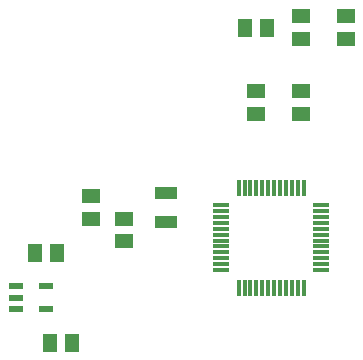
<source format=gbr>
G04 EAGLE Gerber RS-274X export*
G75*
%MOMM*%
%FSLAX34Y34*%
%LPD*%
%INSolderpaste Top*%
%IPPOS*%
%AMOC8*
5,1,8,0,0,1.08239X$1,22.5*%
G01*
%ADD10R,1.500000X1.300000*%
%ADD11R,1.300000X1.500000*%
%ADD12R,1.200000X0.550000*%
%ADD13R,1.475000X0.300000*%
%ADD14R,0.300000X1.475000*%
%ADD15R,1.900000X1.100000*%


D10*
X660400Y568300D03*
X660400Y549300D03*
X688340Y549250D03*
X688340Y530250D03*
D11*
X612800Y520700D03*
X631800Y520700D03*
X625500Y444500D03*
X644500Y444500D03*
D10*
X838200Y638200D03*
X838200Y657200D03*
X876300Y701700D03*
X876300Y720700D03*
X800100Y638200D03*
X800100Y657200D03*
D12*
X596599Y492100D03*
X596599Y482600D03*
X596599Y473100D03*
X622601Y473100D03*
X622601Y492100D03*
D13*
X770420Y560900D03*
X770420Y555900D03*
X770420Y550900D03*
X770420Y545900D03*
X770420Y540900D03*
X770420Y535900D03*
X770420Y530900D03*
X770420Y525900D03*
X770420Y520900D03*
X770420Y515900D03*
X770420Y510900D03*
X770420Y505900D03*
D14*
X785300Y491020D03*
X790300Y491020D03*
X795300Y491020D03*
X800300Y491020D03*
X805300Y491020D03*
X810300Y491020D03*
X815300Y491020D03*
X820300Y491020D03*
X825300Y491020D03*
X830300Y491020D03*
X835300Y491020D03*
X840300Y491020D03*
D13*
X855180Y505900D03*
X855180Y510900D03*
X855180Y515900D03*
X855180Y520900D03*
X855180Y525900D03*
X855180Y530900D03*
X855180Y535900D03*
X855180Y540900D03*
X855180Y545900D03*
X855180Y550900D03*
X855180Y555900D03*
X855180Y560900D03*
D14*
X840300Y575780D03*
X835300Y575780D03*
X830300Y575780D03*
X825300Y575780D03*
X820300Y575780D03*
X815300Y575780D03*
X810300Y575780D03*
X805300Y575780D03*
X800300Y575780D03*
X795300Y575780D03*
X790300Y575780D03*
X785300Y575780D03*
D11*
X809600Y711200D03*
X790600Y711200D03*
D10*
X838200Y720700D03*
X838200Y701700D03*
D15*
X723900Y571300D03*
X723900Y546300D03*
M02*

</source>
